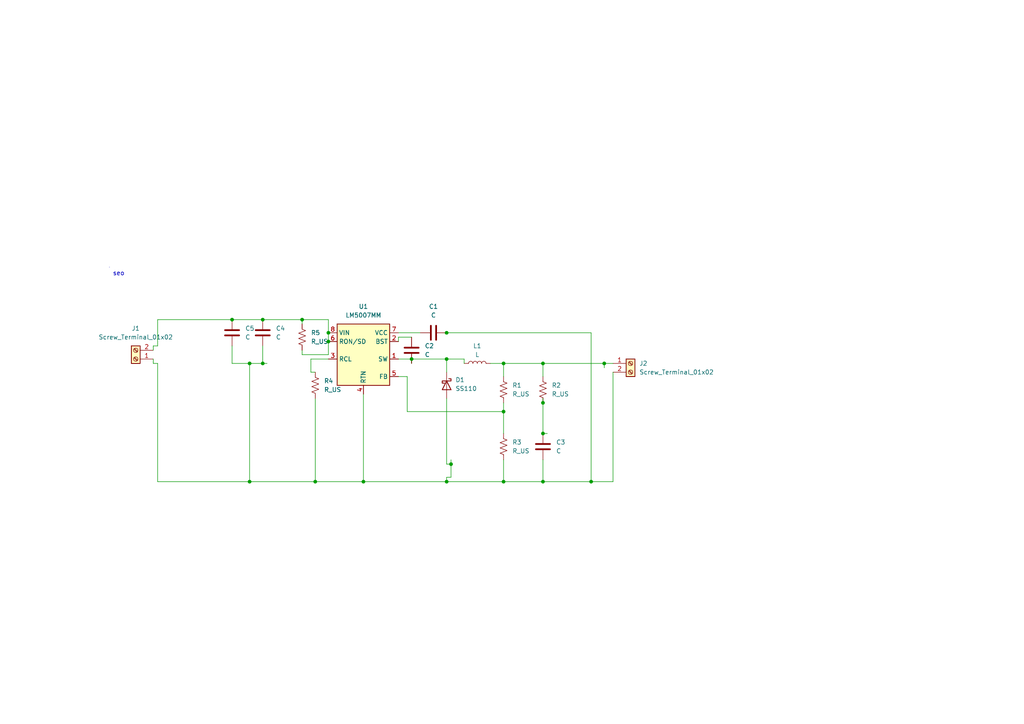
<source format=kicad_sch>
(kicad_sch (version 20250114) (generator "eeschema") (generator_version "9.0")
  (paper "A4")
  (lib_symbols
    (symbol "Connector:Screw_Terminal_01x02" (pin_names (offset 1.016) (hide yes))
      (property "Reference" "J" (at 0 2.54 0))
      (property "Value" "Screw_Terminal_01x02" (at 0 -5.08 0))
      (symbol "Screw_Terminal_01x02_1_1"
        (rectangle (start -1.27 1.27) (end 1.27 -3.81) (stroke (width 0.254)) (fill (type background)))
        (polyline (pts (xy -0.5334 0.3302) (xy 0.3302 -0.508)) (stroke (width 0.1524)))
        (polyline (pts (xy -0.5334 -2.2098) (xy 0.3302 -3.048)) (stroke (width 0.1524)))
        (polyline (pts (xy -0.3556 0.508) (xy 0.508 -0.3302)) (stroke (width 0.1524)))
        (polyline (pts (xy -0.3556 -2.032) (xy 0.508 -2.8702)) (stroke (width 0.1524)))
        (circle (center 0 0) (radius 0.635) (stroke (width 0.1524)))
        (circle (center 0 -2.54) (radius 0.635) (stroke (width 0.1524)))
        (pin passive line (at -5.08 0 0) (length 3.81) (name "Pin_1") (number "1"))
        (pin passive line (at -5.08 -2.54 0) (length 3.81) (name "Pin_2") (number "2"))
      )
    )
    (symbol "Device:C" (pin_numbers (hide yes)) (pin_names (offset 0.254))
      (property "Reference" "C" (at 0.635 2.54 0))
      (property "Value" "C" (at 0.635 -2.54 0))
      (symbol "C_0_1"
        (polyline (pts (xy -2.032 0.762) (xy 2.032 0.762)) (stroke (width 0.508)))
        (polyline (pts (xy -2.032 -0.762) (xy 2.032 -0.762)) (stroke (width 0.508)))
      )
      (symbol "C_1_1"
        (pin passive line (at 0 3.81 270) (length 2.794) (name "~") (number "1"))
        (pin passive line (at 0 -3.81 90) (length 2.794) (name "~") (number "2"))
      )
    )
    (symbol "Device:L" (pin_numbers (hide yes)) (pin_names (offset 1.016) (hide yes))
      (property "Reference" "L" (at -1.27 0 90))
      (property "Value" "L" (at 1.905 0 90))
      (symbol "L_0_1"
        (arc (start 0 2.54) (mid 0.6323 1.905) (end 0 1.27))
        (arc (start 0 1.27) (mid 0.6323 0.635) (end 0 0))
        (arc (start 0 0) (mid 0.6323 -0.635) (end 0 -1.27))
        (arc (start 0 -1.27) (mid 0.6323 -1.905) (end 0 -2.54))
      )
      (symbol "L_1_1"
        (pin passive line (at 0 3.81 270) (length 1.27) (name "1") (number "1"))
        (pin passive line (at 0 -3.81 90) (length 1.27) (name "2") (number "2"))
      )
    )
    (symbol "Device:R_US" (pin_numbers (hide yes)) (pin_names (offset 0))
      (property "Reference" "R" (at 2.54 0 90))
      (property "Value" "R_US" (at -2.54 0 90))
      (symbol "R_US_0_1"
        (polyline (pts (xy 0 2.286) (xy 0 2.54)))
        (polyline (pts (xy 0 2.286) (xy 1.016 1.905) (xy 0 1.524) (xy -1.016 1.143) (xy 0 0.762)))
        (polyline (pts (xy 0 0.762) (xy 1.016 0.381) (xy 0 0) (xy -1.016 -0.381) (xy 0 -0.762)))
        (polyline (pts (xy 0 -0.762) (xy 1.016 -1.143) (xy 0 -1.524) (xy -1.016 -1.905) (xy 0 -2.286)))
        (polyline (pts (xy 0 -2.286) (xy 0 -2.54)))
      )
      (symbol "R_US_1_1"
        (pin passive line (at 0 3.81 270) (length 1.27) (name "~") (number "1"))
        (pin passive line (at 0 -3.81 90) (length 1.27) (name "~") (number "2"))
      )
    )
    (symbol "Diode:SS110" (pin_numbers (hide yes)) (pin_names (offset 1.016) (hide yes))
      (property "Reference" "D" (at 0 2.54 0))
      (property "Value" "SS110" (at 0 -2.54 0))
      (symbol "SS110_0_1"
        (polyline (pts (xy -1.905 0.635) (xy -1.905 1.27) (xy -1.27 1.27) (xy -1.27 -1.27) (xy -0.635 -1.27) (xy -0.635 -0.635)) (stroke (width 0.254)))
        (polyline (pts (xy 1.27 1.27) (xy 1.27 -1.27) (xy -1.27 0) (xy 1.27 1.27)) (stroke (width 0.254)))
        (polyline (pts (xy 1.27 0) (xy -1.27 0)))
      )
      (symbol "SS110_1_1"
        (pin passive line (at -3.81 0 0) (length 2.54) (name "K") (number "1"))
        (pin passive line (at 3.81 0 180) (length 2.54) (name "A") (number "2"))
      )
    )
    (symbol "Regulator_Switching:LM5007MM"
      (property "Reference" "U" (at -7.62 8.89 0))
      (property "Value" "LM5007MM" (at 0 8.89 0))
      (symbol "LM5007MM_0_1"
        (rectangle (start -7.62 7.62) (end 7.62 -10.16) (stroke (width 0.254)) (fill (type background)))
      )
      (symbol "LM5007MM_1_1"
        (pin power_in line (at -10.16 5.08 0) (length 2.54) (name "VIN") (number "8"))
        (pin input line (at -10.16 2.54 0) (length 2.54) (name "RON/SD") (number "6"))
        (pin input line (at -10.16 -2.54 0) (length 2.54) (name "RCL") (number "3"))
        (pin power_in line (at 0 -12.7 90) (length 2.54) (name "RTN") (number "4"))
        (pin output line (at 10.16 5.08 180) (length 2.54) (name "VCC") (number "7"))
        (pin input line (at 10.16 2.54 180) (length 2.54) (name "BST") (number "2"))
        (pin output line (at 10.16 -2.54 180) (length 2.54) (name "SW") (number "1"))
        (pin input line (at 10.16 -7.62 180) (length 2.54) (name "FB") (number "5"))
      )
    )
  )
  (text_box "seo\n" (at 31.75 77.47 0) (size 0 0) (margins 0.9525 0.9525 0.9525 0.9525) (effects (font (size 1.27 1.27)) (justify left top)))
  (junction (at 76.2 92.71))
  (junction (at 146.05 119.38))
  (junction (at 72.39 105.41))
  (junction (at 119.38 104.14))
  (junction (at 157.48 116.84))
  (junction (at 76.2 105.41))
  (junction (at 157.48 139.7))
  (junction (at 146.05 139.7))
  (junction (at 87.63 92.71))
  (junction (at 171.45 139.7))
  (junction (at 130.81 134.62))
  (junction (at 129.54 96.52))
  (junction (at 157.48 105.41))
  (junction (at 67.31 92.71))
  (junction (at 95.25 99.06))
  (junction (at 175.26 105.41))
  (junction (at 129.54 104.14))
  (junction (at 146.05 105.41))
  (junction (at 105.41 139.7))
  (junction (at 95.25 96.52))
  (junction (at 72.39 139.7))
  (junction (at 91.44 139.7))
  (junction (at 157.48 125.73))
  (junction (at 129.54 139.7))
  (wire (pts (xy 76.2 92.71) (xy 67.31 92.71)))
  (wire (pts (xy 175.26 105.41) (xy 175.26 106.68)))
  (wire (pts (xy 76.2 105.41) (xy 77.47 105.41)))
  (wire (pts (xy 175.26 105.41) (xy 177.8 105.41)))
  (wire (pts (xy 45.72 92.71) (xy 45.72 100.33)))
  (wire (pts (xy 157.48 105.41) (xy 175.26 105.41)))
  (wire (pts (xy 95.25 99.06) (xy 95.25 102.87)))
  (wire (pts (xy 95.25 96.52) (xy 95.25 99.06)))
  (wire (pts (xy 118.11 119.38) (xy 146.05 119.38)))
  (wire (pts (xy 134.62 104.14) (xy 134.62 105.41)))
  (wire (pts (xy 67.31 92.71) (xy 45.72 92.71)))
  (wire (pts (xy 95.25 96.52) (xy 95.25 92.71)))
  (wire (pts (xy 142.24 105.41) (xy 146.05 105.41)))
  (wire (pts (xy 119.38 104.14) (xy 129.54 104.14)))
  (wire (pts (xy 87.63 102.87) (xy 95.25 102.87)))
  (wire (pts (xy 157.48 125.73) (xy 158.75 125.73)))
  (wire (pts (xy 72.39 139.7) (xy 91.44 139.7)))
  (wire (pts (xy 90.17 104.14) (xy 90.17 107.95)))
  (wire (pts (xy 115.57 96.52) (xy 121.92 96.52)))
  (wire (pts (xy 129.54 134.62) (xy 130.81 134.62)))
  (wire (pts (xy 157.48 116.84) (xy 157.48 125.73)))
  (wire (pts (xy 146.05 116.84) (xy 146.05 119.38)))
  (wire (pts (xy 87.63 92.71) (xy 76.2 92.71)))
  (wire (pts (xy 44.45 100.33) (xy 45.72 100.33)))
  (wire (pts (xy 177.8 139.7) (xy 177.8 107.95)))
  (wire (pts (xy 72.39 105.41) (xy 72.39 139.7)))
  (wire (pts (xy 157.48 105.41) (xy 157.48 109.22)))
  (wire (pts (xy 129.54 96.52) (xy 171.45 96.52)))
  (wire (pts (xy 128.27 96.52) (xy 129.54 96.52)))
  (wire (pts (xy 44.45 104.14) (xy 44.45 105.41)))
  (wire (pts (xy 95.25 92.71) (xy 87.63 92.71)))
  (wire (pts (xy 76.2 100.33) (xy 76.2 105.41)))
  (wire (pts (xy 115.57 104.14) (xy 119.38 104.14)))
  (wire (pts (xy 146.05 139.7) (xy 157.48 139.7)))
  (wire (pts (xy 129.54 115.57) (xy 129.54 134.62)))
  (wire (pts (xy 44.45 100.33) (xy 44.45 101.6)))
  (wire (pts (xy 87.63 102.87) (xy 87.63 101.6)))
  (wire (pts (xy 91.44 115.57) (xy 91.44 139.7)))
  (wire (pts (xy 67.31 100.33) (xy 67.31 105.41)))
  (wire (pts (xy 146.05 119.38) (xy 146.05 125.73)))
  (wire (pts (xy 91.44 139.7) (xy 105.41 139.7)))
  (wire (pts (xy 130.81 133.35) (xy 130.81 134.62)))
  (wire (pts (xy 157.48 115.57) (xy 157.48 116.84)))
  (wire (pts (xy 146.05 105.41) (xy 146.05 109.22)))
  (wire (pts (xy 105.41 114.3) (xy 105.41 139.7)))
  (wire (pts (xy 118.11 109.22) (xy 118.11 119.38)))
  (wire (pts (xy 171.45 139.7) (xy 177.8 139.7)))
  (wire (pts (xy 146.05 133.35) (xy 146.05 139.7)))
  (wire (pts (xy 129.54 138.43) (xy 129.54 139.7)))
  (wire (pts (xy 90.17 107.95) (xy 91.44 107.95)))
  (wire (pts (xy 119.38 104.14) (xy 119.38 105.41)))
  (wire (pts (xy 130.81 134.62) (xy 130.81 138.43)))
  (wire (pts (xy 115.57 97.79) (xy 115.57 99.06)))
  (wire (pts (xy 45.72 105.41) (xy 45.72 139.7)))
  (wire (pts (xy 171.45 96.52) (xy 171.45 139.7)))
  (wire (pts (xy 157.48 133.35) (xy 157.48 139.7)))
  (wire (pts (xy 115.57 109.22) (xy 118.11 109.22)))
  (wire (pts (xy 72.39 105.41) (xy 76.2 105.41)))
  (wire (pts (xy 44.45 105.41) (xy 45.72 105.41)))
  (wire (pts (xy 95.25 104.14) (xy 90.17 104.14)))
  (wire (pts (xy 45.72 139.7) (xy 72.39 139.7)))
  (wire (pts (xy 67.31 105.41) (xy 72.39 105.41)))
  (wire (pts (xy 129.54 104.14) (xy 129.54 107.95)))
  (wire (pts (xy 87.63 92.71) (xy 87.63 93.98)))
  (wire (pts (xy 105.41 139.7) (xy 129.54 139.7)))
  (wire (pts (xy 157.48 139.7) (xy 171.45 139.7)))
  (wire (pts (xy 129.54 104.14) (xy 134.62 104.14)))
  (wire (pts (xy 119.38 97.79) (xy 115.57 97.79)))
  (wire (pts (xy 129.54 139.7) (xy 146.05 139.7)))
  (wire (pts (xy 130.81 138.43) (xy 129.54 138.43)))
  (wire (pts (xy 146.05 105.41) (xy 157.48 105.41)))
  (symbol (lib_id "Device:C") (at 67.31 96.52 0) (unit 1)
    (property "Reference" "C5" (at 71.12 95.2499 0) (effects (justify left)))
    (property "Value" "C" (at 71.12 97.7899 0) (effects (justify left)))
    (property "Description" "Unpolarized capacitor" (effects (hide yes)))
  )
  (symbol (lib_id "Device:C") (at 119.38 101.6 180) (unit 1)
    (property "Reference" "C2" (at 123.19 100.3299 0) (effects (justify right)))
    (property "Value" "C" (at 123.19 102.8699 0) (effects (justify right)))
    (property "Description" "Unpolarized capacitor" (effects (hide yes)))
  )
  (symbol (lib_id "Device:C") (at 125.73 96.52 90) (unit 1)
    (property "Reference" "C1" (at 125.73 88.9 90))
    (property "Value" "C" (at 125.73 91.44 90))
    (property "Description" "Unpolarized capacitor" (effects (hide yes)))
  )
  (symbol (lib_id "Device:R_US") (at 157.48 113.03 0) (unit 1)
    (property "Reference" "R2" (at 160.02 111.7599 0) (effects (justify left)))
    (property "Value" "R_US" (at 160.02 114.2999 0) (effects (justify left)))
    (property "Description" "Resistor, US symbol" (effects (hide yes)))
  )
  (symbol (lib_id "Diode:SS110") (at 129.54 111.76 270) (unit 1)
    (property "Reference" "D1" (at 132.08 110.1724 90) (effects (justify left)))
    (property "Value" "SS110" (at 132.08 112.7124 90) (effects (justify left)))
    (property "Footprint" "Diode_SMD:D_SMA" (effects (hide yes)))
    (property "Datasheet" "https://www.smc-diodes.com/propdf/SS12-SS110%20N0229%20REV.C.pdf" (effects (hide yes)))
    (property "Description" "100V 1A Schottky Diode, SMA" (effects (hide yes)))
  )
  (symbol (lib_id "Device:R_US") (at 146.05 113.03 0) (unit 1)
    (property "Reference" "R1" (at 148.59 111.7599 0) (effects (justify left)))
    (property "Value" "R_US" (at 148.59 114.2999 0) (effects (justify left)))
    (property "Description" "Resistor, US symbol" (effects (hide yes)))
  )
  (symbol (lib_id "Device:C") (at 76.2 96.52 0) (unit 1)
    (property "Reference" "C4" (at 80.01 95.2499 0) (effects (justify left)))
    (property "Value" "C" (at 80.01 97.7899 0) (effects (justify left)))
    (property "Description" "Unpolarized capacitor" (effects (hide yes)))
  )
  (symbol (lib_id "Connector:Screw_Terminal_01x02") (at 39.37 104.14 180) (unit 1)
    (property "Reference" "J1" (at 39.37 95.25 0))
    (property "Value" "Screw_Terminal_01x02" (at 39.37 97.79 0))
    (property "Description" "Generic screw terminal, single row, 01x02, script generated (kicad-library-utils/schlib/autogen/connector/)" (effects (hide yes)))
  )
  (symbol (lib_id "Device:R_US") (at 87.63 97.79 0) (unit 1)
    (property "Reference" "R5" (at 90.17 96.5199 0) (effects (justify left)))
    (property "Value" "R_US" (at 90.17 99.0599 0) (effects (justify left)))
    (property "Description" "Resistor, US symbol" (effects (hide yes)))
  )
  (symbol (lib_id "Regulator_Switching:LM5007MM") (at 105.41 101.6 0) (unit 1)
    (property "Reference" "U1" (at 105.41 88.9 0))
    (property "Value" "LM5007MM" (at 105.41 91.44 0))
    (property "Footprint" "Package_SO:MSOP-8_3x3mm_P0.65mm" (effects (hide yes)))
    (property "Datasheet" "http://www.ti.com/lit/ds/symlink/lm5007.pdf" (effects (hide yes)))
    (property "Description" "700mA, High Voltage (80V) Step-Down Switching Regulator, Adjustable Output Voltage, MSOP-8" (effects (hide yes)))
  )
  (symbol (lib_id "Device:R_US") (at 146.05 129.54 0) (unit 1)
    (property "Reference" "R3" (at 148.59 128.2699 0) (effects (justify left)))
    (property "Value" "R_US" (at 148.59 130.8099 0) (effects (justify left)))
    (property "Description" "Resistor, US symbol" (effects (hide yes)))
  )
  (symbol (lib_id "Device:C") (at 157.48 129.54 0) (unit 1)
    (property "Reference" "C3" (at 161.29 128.2699 0) (effects (justify left)))
    (property "Value" "C" (at 161.29 130.8099 0) (effects (justify left)))
    (property "Description" "Unpolarized capacitor" (effects (hide yes)))
  )
  (symbol (lib_id "Connector:Screw_Terminal_01x02") (at 182.88 105.41 0) (unit 1)
    (property "Reference" "J2" (at 185.42 105.4099 0) (effects (justify left)))
    (property "Value" "Screw_Terminal_01x02" (at 185.42 107.9499 0) (effects (justify left)))
    (property "Description" "Generic screw terminal, single row, 01x02, script generated (kicad-library-utils/schlib/autogen/connector/)" (effects (hide yes)))
  )
  (symbol (lib_id "Device:R_US") (at 91.44 111.76 0) (unit 1)
    (property "Reference" "R4" (at 93.98 110.4899 0) (effects (justify left)))
    (property "Value" "R_US" (at 93.98 113.0299 0) (effects (justify left)))
    (property "Description" "Resistor, US symbol" (effects (hide yes)))
  )
  (symbol (lib_id "Device:L") (at 138.43 105.41 90) (unit 1)
    (property "Reference" "L1" (at 138.43 100.33 90))
    (property "Value" "L" (at 138.43 102.87 90))
    (property "Description" "Inductor" (effects (hide yes)))
  )
)
</source>
